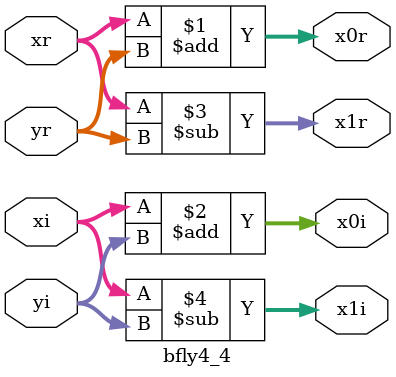
<source format=v>
module bfly4_4(xr,xi,yr,yi,x0r,x0i,x1r,x1i); 
  input signed [15:0]xr,xi,yr,yi;
  output signed [15:0]x0r,x0i,x1r,x1i;
  assign x0r=xr+yr;
  assign x0i=xi+yi;
  assign x1r=xr-yr;
  assign x1i=xi-yi;
endmodule
</source>
